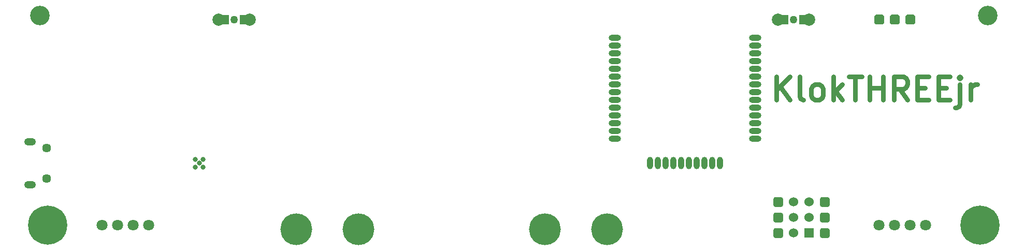
<source format=gts>
G04 #@! TF.GenerationSoftware,KiCad,Pcbnew,5.0.0-rc2-dev-unknown-b5f1fdd~62~ubuntu16.04.1*
G04 #@! TF.CreationDate,2018-03-21T15:48:13+05:30*
G04 #@! TF.ProjectId,k3jr_controller,6B336A725F636F6E74726F6C6C65722E,rev 1*
G04 #@! TF.SameCoordinates,Original*
G04 #@! TF.FileFunction,Soldermask,Top*
G04 #@! TF.FilePolarity,Negative*
%FSLAX46Y46*%
G04 Gerber Fmt 4.6, Leading zero omitted, Abs format (unit mm)*
G04 Created by KiCad (PCBNEW 5.0.0-rc2-dev-unknown-b5f1fdd~62~ubuntu16.04.1) date Wed Mar 21 15:48:13 2018*
%MOMM*%
%LPD*%
G01*
G04 APERTURE LIST*
%ADD10C,0.762000*%
%ADD11C,2.000000*%
%ADD12R,1.300480X1.498600*%
%ADD13C,1.270000*%
%ADD14C,1.450000*%
%ADD15O,1.900000X1.200000*%
%ADD16C,0.800000*%
%ADD17C,6.400000*%
%ADD18C,3.200000*%
%ADD19C,0.127000*%
%ADD20C,1.600000*%
%ADD21C,5.200000*%
%ADD22C,1.524000*%
%ADD23R,1.524000X1.524000*%
%ADD24C,1.800000*%
%ADD25O,1.000000X2.000000*%
%ADD26O,2.000000X1.000000*%
G04 APERTURE END LIST*
D10*
X174352857Y-67128571D02*
X174352857Y-63318571D01*
X176529999Y-67128571D02*
X174897142Y-64951428D01*
X176529999Y-63318571D02*
X174352857Y-65495714D01*
X178707142Y-67128571D02*
X178344285Y-66947142D01*
X178162857Y-66584285D01*
X178162857Y-63318571D01*
X180702857Y-67128571D02*
X180339999Y-66947142D01*
X180158571Y-66765714D01*
X179977142Y-66402857D01*
X179977142Y-65314285D01*
X180158571Y-64951428D01*
X180339999Y-64770000D01*
X180702857Y-64588571D01*
X181247142Y-64588571D01*
X181609999Y-64770000D01*
X181791428Y-64951428D01*
X181972857Y-65314285D01*
X181972857Y-66402857D01*
X181791428Y-66765714D01*
X181609999Y-66947142D01*
X181247142Y-67128571D01*
X180702857Y-67128571D01*
X183605714Y-67128571D02*
X183605714Y-63318571D01*
X183968571Y-65677142D02*
X185057142Y-67128571D01*
X185057142Y-64588571D02*
X183605714Y-66040000D01*
X186145714Y-63318571D02*
X188322857Y-63318571D01*
X187234285Y-67128571D02*
X187234285Y-63318571D01*
X189592857Y-67128571D02*
X189592857Y-63318571D01*
X189592857Y-65132857D02*
X191769999Y-65132857D01*
X191769999Y-67128571D02*
X191769999Y-63318571D01*
X195761428Y-67128571D02*
X194491428Y-65314285D01*
X193584285Y-67128571D02*
X193584285Y-63318571D01*
X195035714Y-63318571D01*
X195398571Y-63500000D01*
X195579999Y-63681428D01*
X195761428Y-64044285D01*
X195761428Y-64588571D01*
X195579999Y-64951428D01*
X195398571Y-65132857D01*
X195035714Y-65314285D01*
X193584285Y-65314285D01*
X197394285Y-65132857D02*
X198664285Y-65132857D01*
X199208571Y-67128571D02*
X197394285Y-67128571D01*
X197394285Y-63318571D01*
X199208571Y-63318571D01*
X200841428Y-65132857D02*
X202111428Y-65132857D01*
X202655714Y-67128571D02*
X200841428Y-67128571D01*
X200841428Y-63318571D01*
X202655714Y-63318571D01*
X204288571Y-64588571D02*
X204288571Y-67854285D01*
X204107142Y-68217142D01*
X203744285Y-68398571D01*
X203562857Y-68398571D01*
X204288571Y-63318571D02*
X204107142Y-63500000D01*
X204288571Y-63681428D01*
X204470000Y-63500000D01*
X204288571Y-63318571D01*
X204288571Y-63681428D01*
X206102857Y-67128571D02*
X206102857Y-64588571D01*
X206102857Y-65314285D02*
X206284285Y-64951428D01*
X206465714Y-64770000D01*
X206828571Y-64588571D01*
X207191428Y-64588571D01*
D11*
X83185000Y-53975000D03*
X88265000Y-53975000D03*
D12*
X87225000Y-53975000D03*
X84225000Y-53975000D03*
D13*
X85725000Y-53975000D03*
D11*
X179705000Y-53975000D03*
X174625000Y-53975000D03*
D12*
X175665000Y-53975000D03*
X178665000Y-53975000D03*
D13*
X177165000Y-53975000D03*
D14*
X55055000Y-79970000D03*
X55055000Y-74970000D03*
D15*
X52355000Y-80970000D03*
X52355000Y-73970000D03*
D16*
X56942056Y-85932944D03*
X55245000Y-85230000D03*
X53547944Y-85932944D03*
X52845000Y-87630000D03*
X53547944Y-89327056D03*
X55245000Y-90030000D03*
X56942056Y-89327056D03*
X57645000Y-87630000D03*
D17*
X55245000Y-87630000D03*
D16*
X80010000Y-77470000D03*
X79375000Y-76835000D03*
X80645000Y-76835000D03*
X80645000Y-78105000D03*
X79375000Y-78105000D03*
D18*
X53975000Y-53340000D03*
X208915000Y-53340000D03*
D19*
G36*
X191574207Y-53176926D02*
X191613036Y-53182686D01*
X191651114Y-53192224D01*
X191688073Y-53205448D01*
X191723559Y-53222231D01*
X191757228Y-53242412D01*
X191788757Y-53265796D01*
X191817843Y-53292157D01*
X191844204Y-53321243D01*
X191867588Y-53352772D01*
X191887769Y-53386441D01*
X191904552Y-53421927D01*
X191917776Y-53458886D01*
X191927314Y-53496964D01*
X191933074Y-53535793D01*
X191935000Y-53575000D01*
X191935000Y-54375000D01*
X191933074Y-54414207D01*
X191927314Y-54453036D01*
X191917776Y-54491114D01*
X191904552Y-54528073D01*
X191887769Y-54563559D01*
X191867588Y-54597228D01*
X191844204Y-54628757D01*
X191817843Y-54657843D01*
X191788757Y-54684204D01*
X191757228Y-54707588D01*
X191723559Y-54727769D01*
X191688073Y-54744552D01*
X191651114Y-54757776D01*
X191613036Y-54767314D01*
X191574207Y-54773074D01*
X191535000Y-54775000D01*
X190735000Y-54775000D01*
X190695793Y-54773074D01*
X190656964Y-54767314D01*
X190618886Y-54757776D01*
X190581927Y-54744552D01*
X190546441Y-54727769D01*
X190512772Y-54707588D01*
X190481243Y-54684204D01*
X190452157Y-54657843D01*
X190425796Y-54628757D01*
X190402412Y-54597228D01*
X190382231Y-54563559D01*
X190365448Y-54528073D01*
X190352224Y-54491114D01*
X190342686Y-54453036D01*
X190336926Y-54414207D01*
X190335000Y-54375000D01*
X190335000Y-53575000D01*
X190336926Y-53535793D01*
X190342686Y-53496964D01*
X190352224Y-53458886D01*
X190365448Y-53421927D01*
X190382231Y-53386441D01*
X190402412Y-53352772D01*
X190425796Y-53321243D01*
X190452157Y-53292157D01*
X190481243Y-53265796D01*
X190512772Y-53242412D01*
X190546441Y-53222231D01*
X190581927Y-53205448D01*
X190618886Y-53192224D01*
X190656964Y-53182686D01*
X190695793Y-53176926D01*
X190735000Y-53175000D01*
X191535000Y-53175000D01*
X191574207Y-53176926D01*
X191574207Y-53176926D01*
G37*
D20*
X191135000Y-53975000D03*
D16*
X209342056Y-85932944D03*
X207645000Y-85230000D03*
X205947944Y-85932944D03*
X205245000Y-87630000D03*
X205947944Y-89327056D03*
X207645000Y-90030000D03*
X209342056Y-89327056D03*
X210045000Y-87630000D03*
D17*
X207645000Y-87630000D03*
D21*
X136525000Y-88265000D03*
X146685000Y-88265000D03*
D19*
G36*
X182684207Y-88101926D02*
X182723036Y-88107686D01*
X182761114Y-88117224D01*
X182798073Y-88130448D01*
X182833559Y-88147231D01*
X182867228Y-88167412D01*
X182898757Y-88190796D01*
X182927843Y-88217157D01*
X182954204Y-88246243D01*
X182977588Y-88277772D01*
X182997769Y-88311441D01*
X183014552Y-88346927D01*
X183027776Y-88383886D01*
X183037314Y-88421964D01*
X183043074Y-88460793D01*
X183045000Y-88500000D01*
X183045000Y-89300000D01*
X183043074Y-89339207D01*
X183037314Y-89378036D01*
X183027776Y-89416114D01*
X183014552Y-89453073D01*
X182997769Y-89488559D01*
X182977588Y-89522228D01*
X182954204Y-89553757D01*
X182927843Y-89582843D01*
X182898757Y-89609204D01*
X182867228Y-89632588D01*
X182833559Y-89652769D01*
X182798073Y-89669552D01*
X182761114Y-89682776D01*
X182723036Y-89692314D01*
X182684207Y-89698074D01*
X182645000Y-89700000D01*
X181845000Y-89700000D01*
X181805793Y-89698074D01*
X181766964Y-89692314D01*
X181728886Y-89682776D01*
X181691927Y-89669552D01*
X181656441Y-89652769D01*
X181622772Y-89632588D01*
X181591243Y-89609204D01*
X181562157Y-89582843D01*
X181535796Y-89553757D01*
X181512412Y-89522228D01*
X181492231Y-89488559D01*
X181475448Y-89453073D01*
X181462224Y-89416114D01*
X181452686Y-89378036D01*
X181446926Y-89339207D01*
X181445000Y-89300000D01*
X181445000Y-88500000D01*
X181446926Y-88460793D01*
X181452686Y-88421964D01*
X181462224Y-88383886D01*
X181475448Y-88346927D01*
X181492231Y-88311441D01*
X181512412Y-88277772D01*
X181535796Y-88246243D01*
X181562157Y-88217157D01*
X181591243Y-88190796D01*
X181622772Y-88167412D01*
X181656441Y-88147231D01*
X181691927Y-88130448D01*
X181728886Y-88117224D01*
X181766964Y-88107686D01*
X181805793Y-88101926D01*
X181845000Y-88100000D01*
X182645000Y-88100000D01*
X182684207Y-88101926D01*
X182684207Y-88101926D01*
G37*
D20*
X182245000Y-88900000D03*
D19*
G36*
X175064207Y-88101926D02*
X175103036Y-88107686D01*
X175141114Y-88117224D01*
X175178073Y-88130448D01*
X175213559Y-88147231D01*
X175247228Y-88167412D01*
X175278757Y-88190796D01*
X175307843Y-88217157D01*
X175334204Y-88246243D01*
X175357588Y-88277772D01*
X175377769Y-88311441D01*
X175394552Y-88346927D01*
X175407776Y-88383886D01*
X175417314Y-88421964D01*
X175423074Y-88460793D01*
X175425000Y-88500000D01*
X175425000Y-89300000D01*
X175423074Y-89339207D01*
X175417314Y-89378036D01*
X175407776Y-89416114D01*
X175394552Y-89453073D01*
X175377769Y-89488559D01*
X175357588Y-89522228D01*
X175334204Y-89553757D01*
X175307843Y-89582843D01*
X175278757Y-89609204D01*
X175247228Y-89632588D01*
X175213559Y-89652769D01*
X175178073Y-89669552D01*
X175141114Y-89682776D01*
X175103036Y-89692314D01*
X175064207Y-89698074D01*
X175025000Y-89700000D01*
X174225000Y-89700000D01*
X174185793Y-89698074D01*
X174146964Y-89692314D01*
X174108886Y-89682776D01*
X174071927Y-89669552D01*
X174036441Y-89652769D01*
X174002772Y-89632588D01*
X173971243Y-89609204D01*
X173942157Y-89582843D01*
X173915796Y-89553757D01*
X173892412Y-89522228D01*
X173872231Y-89488559D01*
X173855448Y-89453073D01*
X173842224Y-89416114D01*
X173832686Y-89378036D01*
X173826926Y-89339207D01*
X173825000Y-89300000D01*
X173825000Y-88500000D01*
X173826926Y-88460793D01*
X173832686Y-88421964D01*
X173842224Y-88383886D01*
X173855448Y-88346927D01*
X173872231Y-88311441D01*
X173892412Y-88277772D01*
X173915796Y-88246243D01*
X173942157Y-88217157D01*
X173971243Y-88190796D01*
X174002772Y-88167412D01*
X174036441Y-88147231D01*
X174071927Y-88130448D01*
X174108886Y-88117224D01*
X174146964Y-88107686D01*
X174185793Y-88101926D01*
X174225000Y-88100000D01*
X175025000Y-88100000D01*
X175064207Y-88101926D01*
X175064207Y-88101926D01*
G37*
D20*
X174625000Y-88900000D03*
D19*
G36*
X182684207Y-85561926D02*
X182723036Y-85567686D01*
X182761114Y-85577224D01*
X182798073Y-85590448D01*
X182833559Y-85607231D01*
X182867228Y-85627412D01*
X182898757Y-85650796D01*
X182927843Y-85677157D01*
X182954204Y-85706243D01*
X182977588Y-85737772D01*
X182997769Y-85771441D01*
X183014552Y-85806927D01*
X183027776Y-85843886D01*
X183037314Y-85881964D01*
X183043074Y-85920793D01*
X183045000Y-85960000D01*
X183045000Y-86760000D01*
X183043074Y-86799207D01*
X183037314Y-86838036D01*
X183027776Y-86876114D01*
X183014552Y-86913073D01*
X182997769Y-86948559D01*
X182977588Y-86982228D01*
X182954204Y-87013757D01*
X182927843Y-87042843D01*
X182898757Y-87069204D01*
X182867228Y-87092588D01*
X182833559Y-87112769D01*
X182798073Y-87129552D01*
X182761114Y-87142776D01*
X182723036Y-87152314D01*
X182684207Y-87158074D01*
X182645000Y-87160000D01*
X181845000Y-87160000D01*
X181805793Y-87158074D01*
X181766964Y-87152314D01*
X181728886Y-87142776D01*
X181691927Y-87129552D01*
X181656441Y-87112769D01*
X181622772Y-87092588D01*
X181591243Y-87069204D01*
X181562157Y-87042843D01*
X181535796Y-87013757D01*
X181512412Y-86982228D01*
X181492231Y-86948559D01*
X181475448Y-86913073D01*
X181462224Y-86876114D01*
X181452686Y-86838036D01*
X181446926Y-86799207D01*
X181445000Y-86760000D01*
X181445000Y-85960000D01*
X181446926Y-85920793D01*
X181452686Y-85881964D01*
X181462224Y-85843886D01*
X181475448Y-85806927D01*
X181492231Y-85771441D01*
X181512412Y-85737772D01*
X181535796Y-85706243D01*
X181562157Y-85677157D01*
X181591243Y-85650796D01*
X181622772Y-85627412D01*
X181656441Y-85607231D01*
X181691927Y-85590448D01*
X181728886Y-85577224D01*
X181766964Y-85567686D01*
X181805793Y-85561926D01*
X181845000Y-85560000D01*
X182645000Y-85560000D01*
X182684207Y-85561926D01*
X182684207Y-85561926D01*
G37*
D20*
X182245000Y-86360000D03*
D22*
X179705000Y-83820000D03*
X177165000Y-83820000D03*
X179705000Y-86360000D03*
X177165000Y-86360000D03*
D23*
X179705000Y-88900000D03*
D22*
X177165000Y-88900000D03*
D19*
G36*
X175064207Y-85561926D02*
X175103036Y-85567686D01*
X175141114Y-85577224D01*
X175178073Y-85590448D01*
X175213559Y-85607231D01*
X175247228Y-85627412D01*
X175278757Y-85650796D01*
X175307843Y-85677157D01*
X175334204Y-85706243D01*
X175357588Y-85737772D01*
X175377769Y-85771441D01*
X175394552Y-85806927D01*
X175407776Y-85843886D01*
X175417314Y-85881964D01*
X175423074Y-85920793D01*
X175425000Y-85960000D01*
X175425000Y-86760000D01*
X175423074Y-86799207D01*
X175417314Y-86838036D01*
X175407776Y-86876114D01*
X175394552Y-86913073D01*
X175377769Y-86948559D01*
X175357588Y-86982228D01*
X175334204Y-87013757D01*
X175307843Y-87042843D01*
X175278757Y-87069204D01*
X175247228Y-87092588D01*
X175213559Y-87112769D01*
X175178073Y-87129552D01*
X175141114Y-87142776D01*
X175103036Y-87152314D01*
X175064207Y-87158074D01*
X175025000Y-87160000D01*
X174225000Y-87160000D01*
X174185793Y-87158074D01*
X174146964Y-87152314D01*
X174108886Y-87142776D01*
X174071927Y-87129552D01*
X174036441Y-87112769D01*
X174002772Y-87092588D01*
X173971243Y-87069204D01*
X173942157Y-87042843D01*
X173915796Y-87013757D01*
X173892412Y-86982228D01*
X173872231Y-86948559D01*
X173855448Y-86913073D01*
X173842224Y-86876114D01*
X173832686Y-86838036D01*
X173826926Y-86799207D01*
X173825000Y-86760000D01*
X173825000Y-85960000D01*
X173826926Y-85920793D01*
X173832686Y-85881964D01*
X173842224Y-85843886D01*
X173855448Y-85806927D01*
X173872231Y-85771441D01*
X173892412Y-85737772D01*
X173915796Y-85706243D01*
X173942157Y-85677157D01*
X173971243Y-85650796D01*
X174002772Y-85627412D01*
X174036441Y-85607231D01*
X174071927Y-85590448D01*
X174108886Y-85577224D01*
X174146964Y-85567686D01*
X174185793Y-85561926D01*
X174225000Y-85560000D01*
X175025000Y-85560000D01*
X175064207Y-85561926D01*
X175064207Y-85561926D01*
G37*
D20*
X174625000Y-86360000D03*
D19*
G36*
X182684207Y-83021926D02*
X182723036Y-83027686D01*
X182761114Y-83037224D01*
X182798073Y-83050448D01*
X182833559Y-83067231D01*
X182867228Y-83087412D01*
X182898757Y-83110796D01*
X182927843Y-83137157D01*
X182954204Y-83166243D01*
X182977588Y-83197772D01*
X182997769Y-83231441D01*
X183014552Y-83266927D01*
X183027776Y-83303886D01*
X183037314Y-83341964D01*
X183043074Y-83380793D01*
X183045000Y-83420000D01*
X183045000Y-84220000D01*
X183043074Y-84259207D01*
X183037314Y-84298036D01*
X183027776Y-84336114D01*
X183014552Y-84373073D01*
X182997769Y-84408559D01*
X182977588Y-84442228D01*
X182954204Y-84473757D01*
X182927843Y-84502843D01*
X182898757Y-84529204D01*
X182867228Y-84552588D01*
X182833559Y-84572769D01*
X182798073Y-84589552D01*
X182761114Y-84602776D01*
X182723036Y-84612314D01*
X182684207Y-84618074D01*
X182645000Y-84620000D01*
X181845000Y-84620000D01*
X181805793Y-84618074D01*
X181766964Y-84612314D01*
X181728886Y-84602776D01*
X181691927Y-84589552D01*
X181656441Y-84572769D01*
X181622772Y-84552588D01*
X181591243Y-84529204D01*
X181562157Y-84502843D01*
X181535796Y-84473757D01*
X181512412Y-84442228D01*
X181492231Y-84408559D01*
X181475448Y-84373073D01*
X181462224Y-84336114D01*
X181452686Y-84298036D01*
X181446926Y-84259207D01*
X181445000Y-84220000D01*
X181445000Y-83420000D01*
X181446926Y-83380793D01*
X181452686Y-83341964D01*
X181462224Y-83303886D01*
X181475448Y-83266927D01*
X181492231Y-83231441D01*
X181512412Y-83197772D01*
X181535796Y-83166243D01*
X181562157Y-83137157D01*
X181591243Y-83110796D01*
X181622772Y-83087412D01*
X181656441Y-83067231D01*
X181691927Y-83050448D01*
X181728886Y-83037224D01*
X181766964Y-83027686D01*
X181805793Y-83021926D01*
X181845000Y-83020000D01*
X182645000Y-83020000D01*
X182684207Y-83021926D01*
X182684207Y-83021926D01*
G37*
D20*
X182245000Y-83820000D03*
D19*
G36*
X175064207Y-83021926D02*
X175103036Y-83027686D01*
X175141114Y-83037224D01*
X175178073Y-83050448D01*
X175213559Y-83067231D01*
X175247228Y-83087412D01*
X175278757Y-83110796D01*
X175307843Y-83137157D01*
X175334204Y-83166243D01*
X175357588Y-83197772D01*
X175377769Y-83231441D01*
X175394552Y-83266927D01*
X175407776Y-83303886D01*
X175417314Y-83341964D01*
X175423074Y-83380793D01*
X175425000Y-83420000D01*
X175425000Y-84220000D01*
X175423074Y-84259207D01*
X175417314Y-84298036D01*
X175407776Y-84336114D01*
X175394552Y-84373073D01*
X175377769Y-84408559D01*
X175357588Y-84442228D01*
X175334204Y-84473757D01*
X175307843Y-84502843D01*
X175278757Y-84529204D01*
X175247228Y-84552588D01*
X175213559Y-84572769D01*
X175178073Y-84589552D01*
X175141114Y-84602776D01*
X175103036Y-84612314D01*
X175064207Y-84618074D01*
X175025000Y-84620000D01*
X174225000Y-84620000D01*
X174185793Y-84618074D01*
X174146964Y-84612314D01*
X174108886Y-84602776D01*
X174071927Y-84589552D01*
X174036441Y-84572769D01*
X174002772Y-84552588D01*
X173971243Y-84529204D01*
X173942157Y-84502843D01*
X173915796Y-84473757D01*
X173892412Y-84442228D01*
X173872231Y-84408559D01*
X173855448Y-84373073D01*
X173842224Y-84336114D01*
X173832686Y-84298036D01*
X173826926Y-84259207D01*
X173825000Y-84220000D01*
X173825000Y-83420000D01*
X173826926Y-83380793D01*
X173832686Y-83341964D01*
X173842224Y-83303886D01*
X173855448Y-83266927D01*
X173872231Y-83231441D01*
X173892412Y-83197772D01*
X173915796Y-83166243D01*
X173942157Y-83137157D01*
X173971243Y-83110796D01*
X174002772Y-83087412D01*
X174036441Y-83067231D01*
X174071927Y-83050448D01*
X174108886Y-83037224D01*
X174146964Y-83027686D01*
X174185793Y-83021926D01*
X174225000Y-83020000D01*
X175025000Y-83020000D01*
X175064207Y-83021926D01*
X175064207Y-83021926D01*
G37*
D20*
X174625000Y-83820000D03*
D19*
G36*
X196654207Y-53176926D02*
X196693036Y-53182686D01*
X196731114Y-53192224D01*
X196768073Y-53205448D01*
X196803559Y-53222231D01*
X196837228Y-53242412D01*
X196868757Y-53265796D01*
X196897843Y-53292157D01*
X196924204Y-53321243D01*
X196947588Y-53352772D01*
X196967769Y-53386441D01*
X196984552Y-53421927D01*
X196997776Y-53458886D01*
X197007314Y-53496964D01*
X197013074Y-53535793D01*
X197015000Y-53575000D01*
X197015000Y-54375000D01*
X197013074Y-54414207D01*
X197007314Y-54453036D01*
X196997776Y-54491114D01*
X196984552Y-54528073D01*
X196967769Y-54563559D01*
X196947588Y-54597228D01*
X196924204Y-54628757D01*
X196897843Y-54657843D01*
X196868757Y-54684204D01*
X196837228Y-54707588D01*
X196803559Y-54727769D01*
X196768073Y-54744552D01*
X196731114Y-54757776D01*
X196693036Y-54767314D01*
X196654207Y-54773074D01*
X196615000Y-54775000D01*
X195815000Y-54775000D01*
X195775793Y-54773074D01*
X195736964Y-54767314D01*
X195698886Y-54757776D01*
X195661927Y-54744552D01*
X195626441Y-54727769D01*
X195592772Y-54707588D01*
X195561243Y-54684204D01*
X195532157Y-54657843D01*
X195505796Y-54628757D01*
X195482412Y-54597228D01*
X195462231Y-54563559D01*
X195445448Y-54528073D01*
X195432224Y-54491114D01*
X195422686Y-54453036D01*
X195416926Y-54414207D01*
X195415000Y-54375000D01*
X195415000Y-53575000D01*
X195416926Y-53535793D01*
X195422686Y-53496964D01*
X195432224Y-53458886D01*
X195445448Y-53421927D01*
X195462231Y-53386441D01*
X195482412Y-53352772D01*
X195505796Y-53321243D01*
X195532157Y-53292157D01*
X195561243Y-53265796D01*
X195592772Y-53242412D01*
X195626441Y-53222231D01*
X195661927Y-53205448D01*
X195698886Y-53192224D01*
X195736964Y-53182686D01*
X195775793Y-53176926D01*
X195815000Y-53175000D01*
X196615000Y-53175000D01*
X196654207Y-53176926D01*
X196654207Y-53176926D01*
G37*
D20*
X196215000Y-53975000D03*
D19*
G36*
X194114207Y-53176926D02*
X194153036Y-53182686D01*
X194191114Y-53192224D01*
X194228073Y-53205448D01*
X194263559Y-53222231D01*
X194297228Y-53242412D01*
X194328757Y-53265796D01*
X194357843Y-53292157D01*
X194384204Y-53321243D01*
X194407588Y-53352772D01*
X194427769Y-53386441D01*
X194444552Y-53421927D01*
X194457776Y-53458886D01*
X194467314Y-53496964D01*
X194473074Y-53535793D01*
X194475000Y-53575000D01*
X194475000Y-54375000D01*
X194473074Y-54414207D01*
X194467314Y-54453036D01*
X194457776Y-54491114D01*
X194444552Y-54528073D01*
X194427769Y-54563559D01*
X194407588Y-54597228D01*
X194384204Y-54628757D01*
X194357843Y-54657843D01*
X194328757Y-54684204D01*
X194297228Y-54707588D01*
X194263559Y-54727769D01*
X194228073Y-54744552D01*
X194191114Y-54757776D01*
X194153036Y-54767314D01*
X194114207Y-54773074D01*
X194075000Y-54775000D01*
X193275000Y-54775000D01*
X193235793Y-54773074D01*
X193196964Y-54767314D01*
X193158886Y-54757776D01*
X193121927Y-54744552D01*
X193086441Y-54727769D01*
X193052772Y-54707588D01*
X193021243Y-54684204D01*
X192992157Y-54657843D01*
X192965796Y-54628757D01*
X192942412Y-54597228D01*
X192922231Y-54563559D01*
X192905448Y-54528073D01*
X192892224Y-54491114D01*
X192882686Y-54453036D01*
X192876926Y-54414207D01*
X192875000Y-54375000D01*
X192875000Y-53575000D01*
X192876926Y-53535793D01*
X192882686Y-53496964D01*
X192892224Y-53458886D01*
X192905448Y-53421927D01*
X192922231Y-53386441D01*
X192942412Y-53352772D01*
X192965796Y-53321243D01*
X192992157Y-53292157D01*
X193021243Y-53265796D01*
X193052772Y-53242412D01*
X193086441Y-53222231D01*
X193121927Y-53205448D01*
X193158886Y-53192224D01*
X193196964Y-53182686D01*
X193235793Y-53176926D01*
X193275000Y-53175000D01*
X194075000Y-53175000D01*
X194114207Y-53176926D01*
X194114207Y-53176926D01*
G37*
D20*
X193675000Y-53975000D03*
D24*
X64135000Y-87630000D03*
X66675000Y-87630000D03*
X69215000Y-87630000D03*
X71755000Y-87630000D03*
X191135000Y-87630000D03*
X193675000Y-87630000D03*
X196215000Y-87630000D03*
X198755000Y-87630000D03*
D21*
X106045000Y-88265000D03*
X95885000Y-88265000D03*
D25*
X158750000Y-77480000D03*
X153670000Y-77480000D03*
X154940000Y-77480000D03*
X156210000Y-77480000D03*
X157480000Y-77480000D03*
X160020000Y-77480000D03*
X161290000Y-77480000D03*
X162560000Y-77480000D03*
X163830000Y-77480000D03*
X165100000Y-77480000D03*
D26*
X147885000Y-59520000D03*
X147885000Y-70950000D03*
X147885000Y-62060000D03*
X147885000Y-64600000D03*
X147885000Y-65870000D03*
X147885000Y-72220000D03*
X147885000Y-73490000D03*
X147885000Y-63330000D03*
X147885000Y-69680000D03*
X147885000Y-56980000D03*
X147885000Y-60790000D03*
X147885000Y-68410000D03*
X147885000Y-67140000D03*
X147885000Y-58250000D03*
X170885000Y-73490000D03*
X170885000Y-72220000D03*
X170885000Y-70950000D03*
X170885000Y-69680000D03*
X170885000Y-68410000D03*
X170885000Y-67140000D03*
X170885000Y-65870000D03*
X170885000Y-64600000D03*
X170885000Y-63330000D03*
X170885000Y-62060000D03*
X170885000Y-60790000D03*
X170885000Y-59520000D03*
X170885000Y-58250000D03*
X170885000Y-56980000D03*
M02*

</source>
